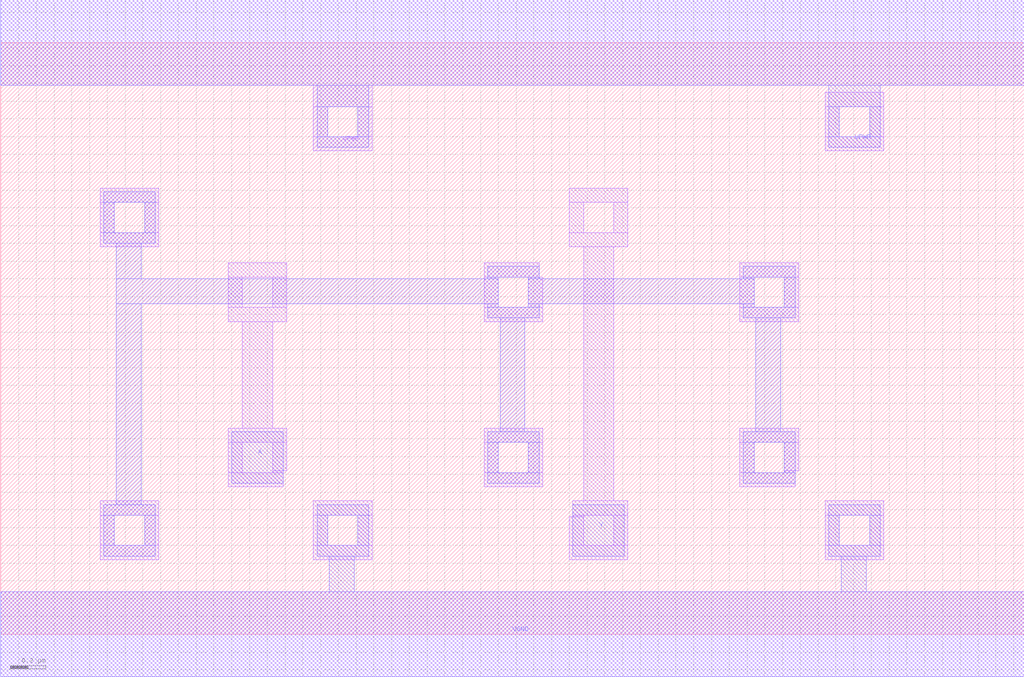
<source format=lef>
VERSION 5.7 ;
  NOWIREEXTENSIONATPIN ON ;
  DIVIDERCHAR "/" ;
  BUSBITCHARS "[]" ;
MACRO BUFX4
  CLASS CORE ;
  FOREIGN BUFX4 ;
  ORIGIN 0.000 0.000 ;
  SIZE 5.760 BY 3.330 ;
  SYMMETRY X Y R90 ;
  SITE unit ;
  PIN VPWR
    DIRECTION INOUT ;
    USE POWER ;
    SHAPE ABUTMENT ;
    PORT
      LAYER met1 ;
        RECT 0.000 3.090 5.760 3.570 ;
        RECT 1.780 2.970 2.070 3.090 ;
        RECT 1.780 2.800 1.840 2.970 ;
        RECT 2.010 2.800 2.070 2.970 ;
        RECT 1.780 2.740 2.070 2.800 ;
        RECT 4.660 2.970 4.950 3.090 ;
        RECT 4.660 2.800 4.720 2.970 ;
        RECT 4.890 2.800 4.950 2.970 ;
        RECT 4.660 2.740 4.950 2.800 ;
    END
    PORT
      LAYER li1 ;
        RECT 0.000 3.090 5.760 3.570 ;
        RECT 1.760 2.970 2.090 3.090 ;
        RECT 1.760 2.800 1.840 2.970 ;
        RECT 2.010 2.800 2.090 2.970 ;
        RECT 1.760 2.720 2.090 2.800 ;
    END
  END VPWR
  PIN VGND
    DIRECTION INOUT ;
    USE GROUND ;
    SHAPE ABUTMENT ;
    PORT
      LAYER met1 ;
        RECT 1.780 0.670 2.070 0.730 ;
        RECT 1.780 0.500 1.840 0.670 ;
        RECT 2.010 0.500 2.070 0.670 ;
        RECT 1.780 0.440 2.070 0.500 ;
        RECT 4.660 0.670 4.950 0.730 ;
        RECT 4.660 0.500 4.720 0.670 ;
        RECT 4.890 0.500 4.950 0.670 ;
        RECT 4.660 0.440 4.950 0.500 ;
        RECT 1.850 0.240 1.990 0.440 ;
        RECT 4.730 0.240 4.870 0.440 ;
        RECT 0.000 -0.240 5.760 0.240 ;
    END
    PORT
      LAYER li1 ;
        RECT 0.000 -0.240 5.760 0.240 ;
    END
  END VGND
  PIN Y
    DIRECTION INOUT ;
    USE SIGNAL ;
    SHAPE ABUTMENT ;
    PORT
      LAYER met1 ;
        RECT 3.220 0.440 3.510 0.730 ;
    END
  END Y
  PIN A
    DIRECTION INOUT ;
    USE SIGNAL ;
    SHAPE ABUTMENT ;
    PORT
      LAYER met1 ;
        RECT 1.300 0.850 1.590 1.140 ;
    END
  END A
  OBS
      LAYER li1 ;
        RECT 4.640 2.970 4.970 3.050 ;
        RECT 4.640 2.800 4.720 2.970 ;
        RECT 4.890 2.800 4.970 2.970 ;
        RECT 4.640 2.720 4.970 2.800 ;
        RECT 0.560 2.430 0.890 2.510 ;
        RECT 0.560 2.260 0.640 2.430 ;
        RECT 0.810 2.260 0.890 2.430 ;
        RECT 0.560 2.180 0.890 2.260 ;
        RECT 3.200 2.430 3.530 2.510 ;
        RECT 3.200 2.260 3.280 2.430 ;
        RECT 3.450 2.260 3.530 2.430 ;
        RECT 3.200 2.180 3.530 2.260 ;
        RECT 1.280 2.010 1.610 2.090 ;
        RECT 1.280 1.840 1.360 2.010 ;
        RECT 1.530 1.840 1.610 2.010 ;
        RECT 1.280 1.760 1.610 1.840 ;
        RECT 2.720 2.010 3.030 2.090 ;
        RECT 2.720 1.840 2.800 2.010 ;
        RECT 2.970 1.840 3.050 2.010 ;
        RECT 2.720 1.760 3.050 1.840 ;
        RECT 1.360 1.160 1.530 1.760 ;
        RECT 1.280 1.080 1.610 1.160 ;
        RECT 1.280 0.910 1.360 1.080 ;
        RECT 1.530 0.920 1.610 1.080 ;
        RECT 2.720 1.080 3.050 1.160 ;
        RECT 1.530 0.910 1.590 0.920 ;
        RECT 1.280 0.830 1.590 0.910 ;
        RECT 2.720 0.910 2.800 1.080 ;
        RECT 2.970 0.910 3.050 1.080 ;
        RECT 2.720 0.830 3.050 0.910 ;
        RECT 3.280 0.750 3.450 2.180 ;
        RECT 4.160 2.010 4.490 2.090 ;
        RECT 4.160 1.840 4.240 2.010 ;
        RECT 4.410 1.840 4.490 2.010 ;
        RECT 4.160 1.760 4.490 1.840 ;
        RECT 4.160 1.080 4.490 1.160 ;
        RECT 4.160 0.910 4.240 1.080 ;
        RECT 4.410 0.920 4.490 1.080 ;
        RECT 4.410 0.910 4.470 0.920 ;
        RECT 4.160 0.830 4.470 0.910 ;
        RECT 0.560 0.670 0.890 0.750 ;
        RECT 0.560 0.500 0.640 0.670 ;
        RECT 0.810 0.500 0.890 0.670 ;
        RECT 0.560 0.420 0.890 0.500 ;
        RECT 1.760 0.670 2.090 0.750 ;
        RECT 1.760 0.500 1.840 0.670 ;
        RECT 2.010 0.500 2.090 0.670 ;
        RECT 3.220 0.670 3.530 0.750 ;
        RECT 3.220 0.660 3.280 0.670 ;
        RECT 1.760 0.420 2.090 0.500 ;
        RECT 3.200 0.500 3.280 0.660 ;
        RECT 3.450 0.500 3.530 0.670 ;
        RECT 3.200 0.420 3.530 0.500 ;
        RECT 4.640 0.670 4.970 0.750 ;
        RECT 4.640 0.500 4.720 0.670 ;
        RECT 4.890 0.500 4.970 0.670 ;
        RECT 4.640 0.420 4.970 0.500 ;
      LAYER met1 ;
        RECT 0.580 2.430 0.870 2.490 ;
        RECT 0.580 2.260 0.640 2.430 ;
        RECT 0.810 2.260 0.870 2.430 ;
        RECT 0.580 2.200 0.870 2.260 ;
        RECT 0.650 2.000 0.790 2.200 ;
        RECT 2.740 2.010 3.030 2.070 ;
        RECT 2.740 2.000 2.800 2.010 ;
        RECT 0.650 1.860 2.800 2.000 ;
        RECT 0.650 0.730 0.790 1.860 ;
        RECT 2.740 1.840 2.800 1.860 ;
        RECT 2.970 2.000 3.030 2.010 ;
        RECT 4.180 2.010 4.470 2.070 ;
        RECT 4.180 2.000 4.240 2.010 ;
        RECT 2.970 1.860 4.240 2.000 ;
        RECT 2.970 1.840 3.030 1.860 ;
        RECT 2.740 1.780 3.030 1.840 ;
        RECT 4.180 1.840 4.240 1.860 ;
        RECT 4.410 1.840 4.470 2.010 ;
        RECT 4.180 1.780 4.470 1.840 ;
        RECT 2.810 1.140 2.950 1.780 ;
        RECT 4.250 1.140 4.390 1.780 ;
        RECT 2.740 1.080 3.030 1.140 ;
        RECT 2.740 0.910 2.800 1.080 ;
        RECT 2.970 0.910 3.030 1.080 ;
        RECT 2.740 0.850 3.030 0.910 ;
        RECT 4.180 1.080 4.470 1.140 ;
        RECT 4.180 0.910 4.240 1.080 ;
        RECT 4.410 0.910 4.470 1.080 ;
        RECT 4.180 0.850 4.470 0.910 ;
        RECT 0.580 0.670 0.870 0.730 ;
        RECT 0.580 0.500 0.640 0.670 ;
        RECT 0.810 0.500 0.870 0.670 ;
        RECT 0.580 0.440 0.870 0.500 ;
  END
END BUFX4
END LIBRARY


</source>
